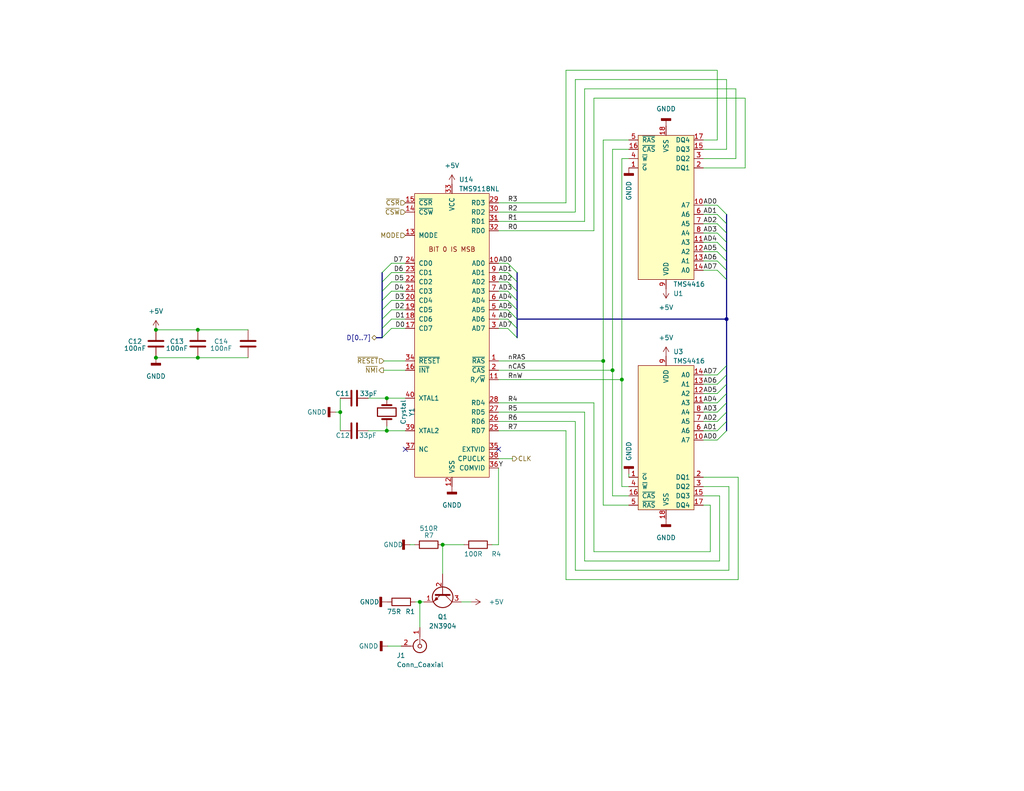
<source format=kicad_sch>
(kicad_sch (version 20230121) (generator eeschema)
  (paper "USLetter")
  (title_block (title "Righteous Tentacle, Colecovision Reverse Engineering Project") (date "2023-06-18") (rev "1.0.0.F") (company "sparkletron") (comment 1 "Jay Convertino") (comment 2 "MIT LICENSE") (comment 3 "PCB: 75743 REV F"))
  (lib_symbols
    (symbol "+5V_1" (power) (pin_names (offset 0))
      (property "Value" "+5V_1" (at 0 3.556 0))
      (symbol "+5V_1_0_1"
        (polyline (pts (xy -0.762 1.27) (xy 0 2.54)))
        (polyline (pts (xy 0 0) (xy 0 2.54)))
        (polyline (pts (xy 0 2.54) (xy 0.762 1.27)))
      )
      (symbol "+5V_1_1_1"
        (pin power_in line (at 0 0 90) (length 0) hide (name "+5V") (number "1"))
      )
    )
    (symbol "Connector:Conn_Coaxial" (pin_names (offset 1.016) hide)
      (property "Reference" "J" (at 0.254 3.048 0))
      (property "Value" "Conn_Coaxial" (at 2.921 0 90))
      (symbol "Conn_Coaxial_0_1"
        (arc (start -1.778 -0.508) (mid 0.2311 -1.8066) (end 1.778 0) (stroke (width 0.254)))
        (polyline (pts (xy -2.54 0) (xy -0.508 0)))
        (polyline (pts (xy 0 -2.54) (xy 0 -1.778)))
        (circle (center 0 0) (radius 0.508) (stroke (width 0.2032)))
        (arc (start 1.778 0) (mid 0.2099 1.8101) (end -1.778 0.508) (stroke (width 0.254)))
      )
      (symbol "Conn_Coaxial_1_1"
        (pin passive line (at -5.08 0 0) (length 2.54) (name "In") (number "1"))
        (pin passive line (at 0 -5.08 90) (length 2.54) (name "Ext") (number "2"))
      )
    )
    (symbol "Device:C" (pin_numbers hide) (pin_names (offset 0.254))
      (property "Reference" "C" (at 0.635 2.54 0))
      (property "Value" "C" (at 0.635 -2.54 0))
      (symbol "C_0_1"
        (polyline (pts (xy -2.032 -0.762) (xy 2.032 -0.762)) (stroke (width 0.508)))
        (polyline (pts (xy -2.032 0.762) (xy 2.032 0.762)) (stroke (width 0.508)))
      )
      (symbol "C_1_1"
        (pin passive line (at 0 3.81 270) (length 2.794) (name "~") (number "1"))
        (pin passive line (at 0 -3.81 90) (length 2.794) (name "~") (number "2"))
      )
    )
    (symbol "Device:Crystal" (pin_numbers hide) (pin_names (offset 1.016) hide)
      (property "Reference" "Y" (at 0 3.81 0))
      (property "Value" "Crystal" (at 0 -3.81 0))
      (symbol "Crystal_0_1"
        (rectangle (start -1.143 2.54) (end 1.143 -2.54) (stroke (width 0.3048)))
        (polyline (pts (xy -2.54 0) (xy -1.905 0)))
        (polyline (pts (xy -1.905 -1.27) (xy -1.905 1.27)) (stroke (width 0.508)))
        (polyline (pts (xy 1.905 -1.27) (xy 1.905 1.27)) (stroke (width 0.508)))
        (polyline (pts (xy 2.54 0) (xy 1.905 0)))
      )
      (symbol "Crystal_1_1"
        (pin passive line (at -3.81 0 0) (length 1.27) (name "1") (number "1"))
        (pin passive line (at 3.81 0 180) (length 1.27) (name "2") (number "2"))
      )
    )
    (symbol "Device:R" (pin_numbers hide) (pin_names (offset 0))
      (property "Reference" "R" (at 2.032 0 90))
      (property "Value" "R" (at 0 0 90))
      (symbol "R_0_1"
        (rectangle (start -1.016 -2.54) (end 1.016 2.54) (stroke (width 0.254)))
      )
      (symbol "R_1_1"
        (pin passive line (at 0 3.81 270) (length 1.27) (name "~") (number "1"))
        (pin passive line (at 0 -3.81 90) (length 1.27) (name "~") (number "2"))
      )
    )
    (symbol "Transistor_BJT:2N3904" (pin_names (offset 0) hide)
      (property "Reference" "Q" (at 5.08 1.905 0))
      (property "Value" "2N3904" (at 5.08 0 0))
      (symbol "2N3904_0_1"
        (polyline (pts (xy 0.635 0.635) (xy 2.54 2.54)))
        (polyline (pts (xy 0.635 -0.635) (xy 2.54 -2.54) (xy 2.54 -2.54)))
        (polyline (pts (xy 0.635 1.905) (xy 0.635 -1.905) (xy 0.635 -1.905)) (stroke (width 0.508)))
        (polyline (pts (xy 1.27 -1.778) (xy 1.778 -1.27) (xy 2.286 -2.286) (xy 1.27 -1.778) (xy 1.27 -1.778)) (fill (type outline)))
        (circle (center 1.27 0) (radius 2.8194) (stroke (width 0.254)))
      )
      (symbol "2N3904_1_1"
        (pin passive line (at 2.54 -5.08 90) (length 2.54) (name "E") (number "1"))
        (pin passive line (at -5.08 0 0) (length 5.715) (name "B") (number "2"))
        (pin passive line (at 2.54 5.08 270) (length 2.54) (name "C") (number "3"))
      )
    )
    (symbol "Vintage_RAM:TMS4416" (pin_names (offset 1.016))
      (property "Reference" "U" (at 1.27 7.62 0))
      (property "Value" "TMS4416" (at 5.08 5.08 0))
      (symbol "TMS4416_0_1"
        (rectangle (start -7.62 3.81) (end 7.62 -35.56) (fill (type background)))
      )
      (symbol "TMS4416_1_1"
        (pin input line (at -10.16 -26.67 0) (length 2.54) (name "~{G}") (number "1"))
        (pin input line (at 10.16 -16.51 180) (length 2.54) (name "A7") (number "10"))
        (pin input line (at 10.16 -6.35 180) (length 2.54) (name "A3") (number "11"))
        (pin input line (at 10.16 -3.81 180) (length 2.54) (name "A2") (number "12"))
        (pin input line (at 10.16 -1.27 180) (length 2.54) (name "A1") (number "13"))
        (pin input line (at 10.16 1.27 180) (length 2.54) (name "A0") (number "14"))
        (pin bidirectional line (at 10.16 -31.75 180) (length 2.54) (name "DQ3") (number "15"))
        (pin input line (at -10.16 -31.75 0) (length 2.54) (name "~{CAS}") (number "16"))
        (pin bidirectional line (at 10.16 -34.29 180) (length 2.54) (name "DQ4") (number "17"))
        (pin power_in line (at 0 -38.1 90) (length 2.54) (name "VSS") (number "18"))
        (pin bidirectional line (at 10.16 -26.67 180) (length 2.54) (name "DQ1") (number "2"))
        (pin bidirectional line (at 10.16 -29.21 180) (length 2.54) (name "DQ2") (number "3"))
        (pin input line (at -10.16 -29.21 0) (length 2.54) (name "~{W}") (number "4"))
        (pin input line (at -10.16 -34.29 0) (length 2.54) (name "~{RAS}") (number "5"))
        (pin input line (at 10.16 -13.97 180) (length 2.54) (name "A6") (number "6"))
        (pin input line (at 10.16 -11.43 180) (length 2.54) (name "A5") (number "7"))
        (pin input line (at 10.16 -8.89 180) (length 2.54) (name "A4") (number "8"))
        (pin power_in line (at 0 6.35 270) (length 2.54) (name "VDD") (number "9"))
      )
    )
    (symbol "Vintage_VDP:TMS9118NL" (pin_names (offset 1.016))
      (property "Reference" "U" (at 6.35 11.43 0))
      (property "Value" "TMS9118NL" (at 10.16 8.89 0))
      (symbol "TMS9118NL_0_0"
        (text "BIT 0 IS MSB" (at 0 -7.62 0) (effects (font (size 1.27 1.27))))
      )
      (symbol "TMS9118NL_0_1"
        (rectangle (start -10.16 7.62) (end 10.16 -69.85) (fill (type background)))
      )
      (symbol "TMS9118NL_1_1"
        (pin output line (at 12.7 -38.1 180) (length 2.54) (name "~{RAS}") (number "1"))
        (pin output line (at 12.7 -11.43 180) (length 2.54) (name "AD0") (number "10"))
        (pin output line (at 12.7 -43.18 180) (length 2.54) (name "R/~{W}") (number "11"))
        (pin power_in line (at 0 -72.39 90) (length 2.54) (name "VSS") (number "12"))
        (pin input line (at -12.7 -3.81 0) (length 2.54) (name "MODE") (number "13"))
        (pin input line (at -12.7 2.54 0) (length 2.54) (name "~{CSW}") (number "14"))
        (pin input line (at -12.7 5.08 0) (length 2.54) (name "~{CSR}") (number "15"))
        (pin output line (at -12.7 -40.64 0) (length 2.54) (name "~{INT}") (number "16"))
        (pin bidirectional line (at -12.7 -29.21 0) (length 2.54) (name "CD7") (number "17"))
        (pin bidirectional line (at -12.7 -26.67 0) (length 2.54) (name "CD6") (number "18"))
        (pin bidirectional line (at -12.7 -24.13 0) (length 2.54) (name "CD5") (number "19"))
        (pin output line (at 12.7 -40.64 180) (length 2.54) (name "~{CAS}") (number "2"))
        (pin bidirectional line (at -12.7 -21.59 0) (length 2.54) (name "CD4") (number "20"))
        (pin bidirectional line (at -12.7 -19.05 0) (length 2.54) (name "CD3") (number "21"))
        (pin bidirectional line (at -12.7 -16.51 0) (length 2.54) (name "CD2") (number "22"))
        (pin bidirectional line (at -12.7 -13.97 0) (length 2.54) (name "CD1") (number "23"))
        (pin bidirectional line (at -12.7 -11.43 0) (length 2.54) (name "CD0") (number "24"))
        (pin output line (at 12.7 -57.15 180) (length 2.54) (name "RD7") (number "25"))
        (pin output line (at 12.7 -54.61 180) (length 2.54) (name "RD6") (number "26"))
        (pin output line (at 12.7 -52.07 180) (length 2.54) (name "RD5") (number "27"))
        (pin output line (at 12.7 -49.53 180) (length 2.54) (name "RD4") (number "28"))
        (pin bidirectional line (at 12.7 5.08 180) (length 2.54) (name "RD3") (number "29"))
        (pin output line (at 12.7 -29.21 180) (length 2.54) (name "AD7") (number "3"))
        (pin bidirectional line (at 12.7 2.54 180) (length 2.54) (name "RD2") (number "30"))
        (pin bidirectional line (at 12.7 0 180) (length 2.54) (name "RD1") (number "31"))
        (pin bidirectional line (at 12.7 -2.54 180) (length 2.54) (name "RD0") (number "32"))
        (pin power_in line (at 0 10.16 270) (length 2.54) (name "VCC") (number "33"))
        (pin input line (at -12.7 -38.1 0) (length 2.54) (name "~{RESET}") (number "34"))
        (pin output line (at 12.7 -62.23 180) (length 2.54) (name "EXTVID") (number "35"))
        (pin output line (at 12.7 -67.31 180) (length 2.54) (name "COMVID") (number "36"))
        (pin output line (at -12.7 -62.23 0) (length 2.54) (name "NC") (number "37"))
        (pin output line (at 12.7 -64.77 180) (length 2.54) (name "CPUCLK") (number "38"))
        (pin bidirectional line (at -12.7 -57.15 0) (length 2.54) (name "XTAL2") (number "39"))
        (pin output line (at 12.7 -26.67 180) (length 2.54) (name "AD6") (number "4"))
        (pin input line (at -12.7 -48.26 0) (length 2.54) (name "XTAL1") (number "40"))
        (pin output line (at 12.7 -24.13 180) (length 2.54) (name "AD5") (number "5"))
        (pin output line (at 12.7 -21.59 180) (length 2.54) (name "AD4") (number "6"))
        (pin output line (at 12.7 -19.05 180) (length 2.54) (name "AD3") (number "7"))
        (pin output line (at 12.7 -16.51 180) (length 2.54) (name "AD2") (number "8"))
        (pin output line (at 12.7 -13.97 180) (length 2.54) (name "AD1") (number "9"))
      )
    )
    (symbol "power:+5V" (power) (pin_names (offset 0))
      (property "Value" "+5V" (at 0 3.556 0))
      (symbol "+5V_0_1"
        (polyline (pts (xy -0.762 1.27) (xy 0 2.54)))
        (polyline (pts (xy 0 0) (xy 0 2.54)))
        (polyline (pts (xy 0 2.54) (xy 0.762 1.27)))
      )
      (symbol "+5V_1_1"
        (pin power_in line (at 0 0 90) (length 0) hide (name "+5V") (number "1"))
      )
    )
    (symbol "power:GNDD" (power) (pin_names (offset 0))
      (property "Value" "GNDD" (at 0 -3.175 0))
      (symbol "GNDD_0_1"
        (rectangle (start -1.27 -1.524) (end 1.27 -2.032) (stroke (width 0.254)) (fill (type outline)))
        (polyline (pts (xy 0 0) (xy 0 -1.524)))
      )
      (symbol "GNDD_1_1"
        (pin power_in line (at 0 0 270) (length 0) hide (name "GNDD") (number "1"))
      )
    )
  )
  (junction (at 114.554 164.338))
  (junction (at 53.975 90.043))
  (junction (at 53.975 97.663))
  (junction (at 42.545 90.043))
  (junction (at 42.545 97.663))
  (junction (at 164.592 98.552))
  (junction (at 105.537 117.602))
  (junction (at 105.537 108.712))
  (junction (at 120.777 148.717))
  (junction (at 169.672 103.632))
  (junction (at 92.837 112.522))
  (junction (at 167.132 101.092))
  (junction (at 198.247 87.122))
  (no_connect (at 136.017 122.682))
  (no_connect (at 110.617 122.682))
  (bus_entry (at 195.707 104.902) (size 2.54 -2.54))
  (bus_entry (at 195.707 102.362) (size 2.54 -2.54))
  (bus_entry (at 195.707 71.247) (size 2.54 2.54))
  (bus_entry (at 195.707 56.007) (size 2.54 2.54))
  (bus_entry (at 195.707 66.167) (size 2.54 2.54))
  (bus_entry (at 195.707 117.602) (size 2.54 -2.54))
  (bus_entry (at 195.707 112.522) (size 2.54 -2.54))
  (bus_entry (at 104.267 84.582) (size 2.54 -2.54))
  (bus_entry (at 195.707 58.547) (size 2.54 2.54))
  (bus_entry (at 138.557 82.042) (size 2.54 2.54))
  (bus_entry (at 104.267 76.962) (size 2.54 -2.54))
  (bus_entry (at 138.557 89.662) (size 2.54 2.54))
  (bus_entry (at 104.267 89.662) (size 2.54 -2.54))
  (bus_entry (at 195.707 120.142) (size 2.54 -2.54))
  (bus_entry (at 195.707 107.442) (size 2.54 -2.54))
  (bus_entry (at 195.707 109.982) (size 2.54 -2.54))
  (bus_entry (at 138.557 84.582) (size 2.54 2.54))
  (bus_entry (at 138.557 71.882) (size 2.54 2.54))
  (bus_entry (at 138.557 79.502) (size 2.54 2.54))
  (bus_entry (at 195.707 61.087) (size 2.54 2.54))
  (bus_entry (at 104.267 74.422) (size 2.54 -2.54))
  (bus_entry (at 195.707 115.062) (size 2.54 -2.54))
  (bus_entry (at 104.267 79.502) (size 2.54 -2.54))
  (bus_entry (at 195.707 63.627) (size 2.54 2.54))
  (bus_entry (at 195.707 68.707) (size 2.54 2.54))
  (bus_entry (at 195.707 73.787) (size 2.54 2.54))
  (bus_entry (at 138.557 76.962) (size 2.54 2.54))
  (bus_entry (at 104.267 92.202) (size 2.54 -2.54))
  (bus_entry (at 138.557 87.122) (size 2.54 2.54))
  (bus_entry (at 138.557 74.422) (size 2.54 2.54))
  (bus_entry (at 104.267 82.042) (size 2.54 -2.54))
  (bus_entry (at 104.267 87.122) (size 2.54 -2.54))
  (wire (pts (xy 200.787 43.307) (xy 191.897 43.307)))
  (wire (pts (xy 196.342 153.162) (xy 196.342 135.382)))
  (wire (pts (xy 203.327 26.797) (xy 203.327 45.847)))
  (wire (pts (xy 156.972 21.717) (xy 198.247 21.717)))
  (wire (pts (xy 203.327 45.847) (xy 191.897 45.847)))
  (bus (pts (xy 141.097 84.582) (xy 141.097 87.122)))
  (wire (pts (xy 114.554 164.338) (xy 114.554 171.323)))
  (wire (pts (xy 120.777 148.717) (xy 120.777 156.718)))
  (wire (pts (xy 162.052 150.622) (xy 193.802 150.622)))
  (wire (pts (xy 191.897 102.362) (xy 195.707 102.362)))
  (wire (pts (xy 164.592 38.227) (xy 171.577 38.227)))
  (bus (pts (xy 104.267 82.042) (xy 104.267 84.582)))
  (bus (pts (xy 198.247 87.122) (xy 198.247 99.822)))
  (wire (pts (xy 42.545 97.663) (xy 53.975 97.663)))
  (bus (pts (xy 198.247 102.362) (xy 198.247 104.902)))
  (wire (pts (xy 156.972 57.912) (xy 156.972 21.717)))
  (wire (pts (xy 113.284 164.338) (xy 114.554 164.338)))
  (bus (pts (xy 198.247 73.787) (xy 198.247 76.327)))
  (bus (pts (xy 198.247 99.822) (xy 198.247 102.362)))
  (wire (pts (xy 156.972 115.062) (xy 156.972 155.702)))
  (bus (pts (xy 104.267 84.582) (xy 104.267 87.122)))
  (wire (pts (xy 164.592 137.922) (xy 171.577 137.922)))
  (wire (pts (xy 198.247 21.717) (xy 198.247 40.767)))
  (wire (pts (xy 136.017 148.717) (xy 136.017 127.762)))
  (bus (pts (xy 198.247 68.707) (xy 198.247 71.247)))
  (wire (pts (xy 159.512 112.522) (xy 159.512 153.162)))
  (wire (pts (xy 191.897 107.442) (xy 195.707 107.442)))
  (wire (pts (xy 154.432 19.177) (xy 195.707 19.177)))
  (wire (pts (xy 105.537 108.712) (xy 110.617 108.712)))
  (bus (pts (xy 198.247 115.062) (xy 198.247 117.602)))
  (wire (pts (xy 114.554 164.338) (xy 115.697 164.338)))
  (wire (pts (xy 136.017 62.992) (xy 162.052 62.992)))
  (wire (pts (xy 169.672 132.842) (xy 171.577 132.842)))
  (wire (pts (xy 193.802 137.922) (xy 191.897 137.922)))
  (wire (pts (xy 196.342 135.382) (xy 191.897 135.382)))
  (wire (pts (xy 191.897 115.062) (xy 195.707 115.062)))
  (bus (pts (xy 198.247 66.167) (xy 198.247 68.707)))
  (bus (pts (xy 141.097 87.122) (xy 198.247 87.122)))
  (wire (pts (xy 191.897 104.902) (xy 195.707 104.902)))
  (bus (pts (xy 198.247 63.627) (xy 198.247 66.167)))
  (wire (pts (xy 138.557 71.882) (xy 136.017 71.882)))
  (wire (pts (xy 139.827 125.222) (xy 136.017 125.222)))
  (bus (pts (xy 141.097 87.122) (xy 141.097 89.662)))
  (wire (pts (xy 42.545 90.043) (xy 53.975 90.043)))
  (wire (pts (xy 198.882 132.842) (xy 191.897 132.842)))
  (wire (pts (xy 120.777 148.717) (xy 126.619 148.717)))
  (wire (pts (xy 105.537 117.602) (xy 110.617 117.602)))
  (wire (pts (xy 191.897 61.087) (xy 195.707 61.087)))
  (wire (pts (xy 169.672 103.632) (xy 169.672 43.307)))
  (wire (pts (xy 191.897 68.707) (xy 195.707 68.707)))
  (wire (pts (xy 104.648 101.092) (xy 110.617 101.092)))
  (wire (pts (xy 169.672 103.632) (xy 169.672 132.842)))
  (wire (pts (xy 191.897 120.142) (xy 195.707 120.142)))
  (bus (pts (xy 141.097 74.422) (xy 141.097 76.962)))
  (bus (pts (xy 198.247 61.087) (xy 198.247 63.627)))
  (bus (pts (xy 198.247 107.442) (xy 198.247 109.982)))
  (wire (pts (xy 91.567 112.522) (xy 92.837 112.522)))
  (wire (pts (xy 154.432 158.242) (xy 201.422 158.242)))
  (wire (pts (xy 92.837 112.522) (xy 92.837 117.602)))
  (wire (pts (xy 53.975 90.043) (xy 67.691 90.043)))
  (bus (pts (xy 198.247 112.522) (xy 198.247 115.062)))
  (wire (pts (xy 167.132 101.092) (xy 167.132 135.382)))
  (wire (pts (xy 162.052 109.982) (xy 162.052 150.622)))
  (wire (pts (xy 201.422 130.302) (xy 191.897 130.302)))
  (bus (pts (xy 198.247 104.902) (xy 198.247 107.442)))
  (wire (pts (xy 136.017 115.062) (xy 156.972 115.062)))
  (wire (pts (xy 171.577 129.413) (xy 171.577 130.302)))
  (wire (pts (xy 159.512 60.452) (xy 159.512 24.257)))
  (wire (pts (xy 191.897 63.627) (xy 195.707 63.627)))
  (bus (pts (xy 104.267 76.962) (xy 104.267 79.502)))
  (wire (pts (xy 104.775 98.552) (xy 110.617 98.552)))
  (wire (pts (xy 136.017 98.552) (xy 164.592 98.552)))
  (wire (pts (xy 169.672 43.307) (xy 171.577 43.307)))
  (bus (pts (xy 102.743 92.202) (xy 104.267 92.202)))
  (wire (pts (xy 136.017 103.632) (xy 169.672 103.632)))
  (wire (pts (xy 136.017 112.522) (xy 159.512 112.522)))
  (bus (pts (xy 141.097 82.042) (xy 141.097 84.582)))
  (wire (pts (xy 164.592 98.552) (xy 164.592 38.227)))
  (bus (pts (xy 198.247 76.327) (xy 198.247 87.122)))
  (wire (pts (xy 191.897 58.547) (xy 195.707 58.547)))
  (bus (pts (xy 198.247 109.982) (xy 198.247 112.522)))
  (wire (pts (xy 106.807 89.662) (xy 110.617 89.662)))
  (wire (pts (xy 100.457 108.712) (xy 105.537 108.712)))
  (wire (pts (xy 138.557 82.042) (xy 136.017 82.042)))
  (wire (pts (xy 136.017 74.422) (xy 138.557 74.422)))
  (wire (pts (xy 198.247 40.767) (xy 191.897 40.767)))
  (wire (pts (xy 154.432 55.372) (xy 154.432 19.177)))
  (wire (pts (xy 106.807 71.882) (xy 110.617 71.882)))
  (wire (pts (xy 128.524 164.338) (xy 125.857 164.338)))
  (wire (pts (xy 136.017 89.662) (xy 138.557 89.662)))
  (wire (pts (xy 201.422 158.242) (xy 201.422 130.302)))
  (wire (pts (xy 159.512 24.257) (xy 200.787 24.257)))
  (wire (pts (xy 191.897 66.167) (xy 195.707 66.167)))
  (wire (pts (xy 195.707 19.177) (xy 195.707 38.227)))
  (wire (pts (xy 138.557 87.122) (xy 136.017 87.122)))
  (bus (pts (xy 104.267 74.422) (xy 104.267 76.962)))
  (wire (pts (xy 167.132 40.767) (xy 167.132 101.092)))
  (wire (pts (xy 136.017 117.602) (xy 154.432 117.602)))
  (wire (pts (xy 191.897 73.787) (xy 195.707 73.787)))
  (wire (pts (xy 136.017 57.912) (xy 156.972 57.912)))
  (wire (pts (xy 138.557 76.962) (xy 136.017 76.962)))
  (wire (pts (xy 162.052 26.797) (xy 203.327 26.797)))
  (bus (pts (xy 141.097 76.962) (xy 141.097 79.502)))
  (wire (pts (xy 106.807 74.422) (xy 110.617 74.422)))
  (wire (pts (xy 136.017 55.372) (xy 154.432 55.372)))
  (wire (pts (xy 200.787 24.257) (xy 200.787 43.307)))
  (wire (pts (xy 136.017 79.502) (xy 138.557 79.502)))
  (wire (pts (xy 136.017 84.582) (xy 138.557 84.582)))
  (wire (pts (xy 136.017 60.452) (xy 159.512 60.452)))
  (wire (pts (xy 167.132 40.767) (xy 171.577 40.767)))
  (bus (pts (xy 141.097 79.502) (xy 141.097 82.042)))
  (wire (pts (xy 198.882 155.702) (xy 198.882 132.842)))
  (wire (pts (xy 110.617 87.122) (xy 106.807 87.122)))
  (wire (pts (xy 191.897 117.602) (xy 195.707 117.602)))
  (wire (pts (xy 53.975 97.663) (xy 67.691 97.663)))
  (wire (pts (xy 164.592 98.552) (xy 164.592 137.922)))
  (bus (pts (xy 104.267 79.502) (xy 104.267 82.042)))
  (wire (pts (xy 193.802 150.622) (xy 193.802 137.922)))
  (wire (pts (xy 191.897 71.247) (xy 195.707 71.247)))
  (wire (pts (xy 159.512 153.162) (xy 196.342 153.162)))
  (bus (pts (xy 198.247 71.247) (xy 198.247 73.787)))
  (wire (pts (xy 106.807 82.042) (xy 110.617 82.042)))
  (wire (pts (xy 105.537 116.332) (xy 105.537 117.602)))
  (bus (pts (xy 141.097 89.662) (xy 141.097 92.202)))
  (wire (pts (xy 136.017 101.092) (xy 167.132 101.092)))
  (wire (pts (xy 106.807 84.582) (xy 110.617 84.582)))
  (bus (pts (xy 104.267 87.122) (xy 104.267 89.662)))
  (wire (pts (xy 191.897 56.007) (xy 195.707 56.007)))
  (wire (pts (xy 167.132 135.382) (xy 171.577 135.382)))
  (wire (pts (xy 191.897 112.522) (xy 195.707 112.522)))
  (wire (pts (xy 134.239 148.717) (xy 136.017 148.717)))
  (bus (pts (xy 198.247 58.547) (xy 198.247 61.087)))
  (wire (pts (xy 156.972 155.702) (xy 198.882 155.702)))
  (wire (pts (xy 92.837 108.712) (xy 92.837 112.522)))
  (wire (pts (xy 195.707 38.227) (xy 191.897 38.227)))
  (wire (pts (xy 154.432 117.602) (xy 154.432 158.242)))
  (wire (pts (xy 111.887 148.717) (xy 113.157 148.717)))
  (wire (pts (xy 105.791 176.403) (xy 109.474 176.403)))
  (wire (pts (xy 162.052 62.992) (xy 162.052 26.797)))
  (wire (pts (xy 106.807 79.502) (xy 110.617 79.502)))
  (bus (pts (xy 104.267 89.662) (xy 104.267 92.202)))
  (wire (pts (xy 162.052 109.982) (xy 136.017 109.982)))
  (wire (pts (xy 100.457 117.602) (xy 105.537 117.602)))
  (wire (pts (xy 106.807 76.962) (xy 110.617 76.962)))
  (wire (pts (xy 191.897 109.982) (xy 195.707 109.982)))
  (label "AD3" (at 191.897 63.627 0))
  (label "AD3" (at 191.897 112.522 0))
  (label "R1" (at 138.557 60.452 0))
  (label "AD3" (at 136.017 79.502 0))
  (label "R7" (at 138.557 117.602 0))
  (label "AD7" (at 191.897 73.787 0))
  (label "D2" (at 107.696 84.582 0))
  (label "AD2" (at 191.897 61.087 0))
  (label "R6" (at 138.557 115.062 0))
  (label "D5" (at 107.569 76.962 0))
  (label "D1" (at 107.823 87.122 0))
  (label "D6" (at 107.442 74.422 0))
  (label "AD0" (at 136.017 71.882 0))
  (label "AD7" (at 136.017 89.662 0))
  (label "AD5" (at 191.897 68.707 0))
  (label "AD6" (at 191.897 104.902 0))
  (label "AD0" (at 191.897 120.142 0))
  (label "AD6" (at 136.017 87.122 0))
  (label "Y" (at 136.017 127.762 0))
  (label "AD1" (at 191.897 117.602 0))
  (label "AD2" (at 191.897 115.062 0))
  (label "AD4" (at 136.017 82.042 0))
  (label "RnW" (at 138.557 103.632 0))
  (label "D3" (at 107.696 82.042 0))
  (label "AD5" (at 136.017 84.582 0))
  (label "AD1" (at 191.897 58.547 0))
  (label "AD7" (at 191.897 102.362 0))
  (label "AD6" (at 191.897 71.247 0))
  (label "D0" (at 107.823 89.662 0))
  (label "nCAS" (at 138.557 101.092 0))
  (label "nRAS" (at 138.557 98.552 0))
  (label "R0" (at 138.557 62.992 0))
  (label "AD2" (at 136.017 76.962 0))
  (label "AD1" (at 136.017 74.422 0))
  (label "AD5" (at 191.897 107.442 0))
  (label "R4" (at 138.557 109.982 0))
  (label "AD4" (at 191.897 109.982 0))
  (label "R2" (at 138.557 57.912 0))
  (label "D7" (at 107.315 71.882 0))
  (label "AD4" (at 191.897 66.167 0))
  (label "R3" (at 138.557 55.372 0))
  (label "AD0" (at 191.897 56.007 0))
  (label "R5" (at 138.557 112.522 0))
  (label "D4" (at 107.569 79.502 0))
  (hierarchical_label "~{CSW}" (shape input) (at 110.617 57.912 180))
  (hierarchical_label "D[0..7]" (shape bidirectional) (at 102.743 92.202 180))
  (hierarchical_label "~{CSR}" (shape input) (at 110.617 55.372 180))
  (hierarchical_label "~{RESET}" (shape input) (at 104.775 98.552 180))
  (hierarchical_label "~{NMI}" (shape output) (at 104.648 101.092 180))
  (hierarchical_label "MODE" (shape input) (at 110.617 64.262 180))
  (hierarchical_label "CLK" (shape output) (at 139.827 125.222 0))
  (symbol (lib_id "Transistor_BJT:2N3904") (at 120.777 161.798 270) (unit 1)
    (property "Reference" "Q1" (at 120.777 168.402 90))
    (property "Value" "2N3904" (at 120.777 170.942 90))
    (property "Footprint" "Package_TO_SOT_THT:TO-92_Wide" (effects hide))
    (property "Datasheet" "https://www.onsemi.com/pub/Collateral/2N3903-D.PDF" (effects hide))
  )
  (symbol (lib_id "Vintage_VDP:TMS9118NL") (at 123.317 60.452 0) (unit 1)
    (property "Reference" "U14" (at 125.222 49.022 0) (effects (justify left)))
    (property "Value" "TMS9118NL" (at 125.222 51.562 0) (effects (justify left)))
    (property "Footprint" "Package_DIP:DIP-40_W15.24mm_LongPads" (effects hide))
    (instances (project "TMS9118" (path "" (reference "U14") (unit 1))) (project "coleco_original" (path "" (reference "U6") (unit 1))))
  )
  (symbol (lib_id "power:GNDD") (at 181.737 34.417 180) (unit 1)
    (property "Reference" "#PWR045" (effects hide))
    (property "Value" "GNDD" (at 181.737 29.718 0))
  )
  (symbol (lib_id "power:GNDD") (at 181.737 141.732 0) (unit 1)
    (property "Reference" "#PWR048" (effects hide))
    (property "Value" "GNDD" (at 181.737 146.812 0))
  )
  (symbol (lib_id "power:GNDD") (at 111.887 148.717 270) (unit 1)
    (property "Reference" "#PWR039" (effects hide))
    (property "Value" "GNDD" (at 109.982 148.717 90) (effects (justify right)))
  )
  (symbol (lib_id "power:GNDD") (at 91.567 112.522 270) (unit 1)
    (property "Reference" "#PWR036" (effects hide))
    (property "Value" "GNDD" (at 89.154 112.522 90) (effects (justify right)))
  )
  (symbol (lib_id "Device:Crystal") (at 105.537 112.522 270) (unit 1)
    (property "Reference" "Y1" (at 112.3442 112.522 0))
    (property "Value" "Crystal" (at 110.0328 112.522 0))
    (property "Footprint" "Crystal:Crystal_HC49-4H_Vertical" (effects hide))
  )
  (symbol (lib_id "Device:R") (at 116.967 148.717 270) (mirror x) (unit 1)
    (property "Reference" "R7" (at 115.697 146.177 90) (effects (justify left)))
    (property "Value" "510R" (at 114.427 144.272 90) (effects (justify left)))
    (property "Footprint" "Resistor_THT:R_Axial_DIN0207_L6.3mm_D2.5mm_P7.62mm_Horizontal" (effects hide))
    (instances (project "TMS9118" (path "" (reference "R7") (unit 1))) (project "coleco_original" (path "" (reference "R11") (unit 1))))
  )
  (symbol (lib_id "Device:R") (at 130.429 148.717 90) (unit 1)
    (property "Reference" "R4" (at 136.779 151.257 90) (effects (justify left)))
    (property "Value" "100R" (at 131.699 151.257 90) (effects (justify left)))
    (property "Footprint" "Resistor_THT:R_Axial_DIN0207_L6.3mm_D2.5mm_P7.62mm_Horizontal" (effects hide))
    (instances (project "TMS9118" (path "" (reference "R4") (unit 1))) (project "coleco_original" (path "" (reference "R12") (unit 1))))
  )
  (symbol (lib_id "power:GNDD") (at 171.577 45.847 0) (unit 1)
    (property "Reference" "#PWR043" (effects hide))
    (property "Value" "GNDD" (at 171.577 52.07 90))
  )
  (symbol (lib_name "+5V_1") (lib_id "power:+5V") (at 128.524 164.338 270) (unit 1)
    (property "Reference" "#PWR042" (effects hide))
    (property "Value" "+5V" (at 133.35 164.338 90) (effects (justify left)))
  )
  (symbol (lib_name "+5V_1") (lib_id "power:+5V") (at 123.317 50.292 0) (unit 1)
    (property "Reference" "#PWR040" (effects hide))
    (property "Value" "+5V" (at 123.317 45.212 0))
  )
  (symbol (lib_id "Device:C") (at 67.691 93.853 0) (unit 1)
    (property "Reference" "C14" (at 60.325 93.218 0))
    (property "Value" "100nF" (at 60.325 95.123 0))
    (property "Footprint" "Capacitor_THT:C_Disc_D7.0mm_W2.5mm_P5.00mm" (effects hide))
  )
  (symbol (lib_id "power:+5V") (at 42.545 90.043 0) (unit 1)
    (property "Reference" "#PWR034" (effects hide))
    (property "Value" "+5V" (at 42.545 84.963 0))
  )
  (symbol (lib_id "Device:R") (at 109.474 164.338 90) (unit 1)
    (property "Reference" "R1" (at 113.284 167.005 90) (effects (justify left)))
    (property "Value" "75R" (at 109.474 167.005 90) (effects (justify left)))
    (property "Footprint" "Resistor_THT:R_Axial_DIN0207_L6.3mm_D2.5mm_P7.62mm_Horizontal" (effects hide))
    (instances (project "TMS9118" (path "" (reference "R1") (unit 1))) (project "coleco_original" (path "" (reference "R10") (unit 1))))
  )
  (symbol (lib_id "Vintage_RAM:TMS4416") (at 181.737 103.632 0) (unit 1)
    (property "Reference" "U3" (at 183.6929 96.012 0) (effects (justify left)))
    (property "Value" "TMS4416" (at 183.6929 98.552 0) (effects (justify left)))
    (property "Footprint" "Package_DIP:DIP-18_W7.62mm_LongPads" (effects hide))
    (instances (project "TMS9118" (path "" (reference "U3") (unit 1))) (project "coleco_original" (path "" (reference "U8") (unit 1))))
  )
  (symbol (lib_id "Vintage_RAM:TMS4416") (at 181.737 72.517 0) (mirror x) (unit 1)
    (property "Reference" "U1" (at 183.6929 80.137 0) (effects (justify left)))
    (property "Value" "TMS4416" (at 183.6929 77.597 0) (effects (justify left)))
    (property "Footprint" "Package_DIP:DIP-18_W7.62mm_LongPads" (effects hide))
    (instances (project "TMS9118" (path "" (reference "U1") (unit 1))) (project "coleco_original" (path "" (reference "U7") (unit 1))))
  )
  (symbol (lib_id "power:GNDD") (at 171.577 129.413 180) (unit 1)
    (property "Reference" "#PWR044" (effects hide))
    (property "Value" "GNDD" (at 171.577 123.19 90))
  )
  (symbol (lib_name "+5V_1") (lib_id "power:+5V") (at 181.737 97.282 0) (unit 1)
    (property "Reference" "#PWR047" (effects hide))
    (property "Value" "+5V" (at 181.737 92.202 0))
  )
  (symbol (lib_id "Device:C") (at 96.647 108.712 90) (unit 1)
    (property "Reference" "C11" (at 95.377 107.442 90) (effects (justify left)))
    (property "Value" "33pF" (at 102.997 107.442 90) (effects (justify left)))
    (property "Footprint" "Capacitor_THT:C_Disc_D3.0mm_W1.6mm_P2.50mm" (effects hide))
    (instances (project "TMS9118" (path "" (reference "C11") (unit 1))) (project "coleco_original" (path "" (reference "C15") (unit 1))))
  )
  (symbol (lib_id "power:GNDD") (at 105.664 164.338 270) (unit 1)
    (property "Reference" "#PWR037" (effects hide))
    (property "Value" "GNDD" (at 103.505 164.338 90) (effects (justify right)))
  )
  (symbol (lib_id "power:GNDD") (at 42.545 97.663 0) (unit 1)
    (property "Reference" "#PWR035" (effects hide))
    (property "Value" "GNDD" (at 42.545 102.743 0))
  )
  (symbol (lib_id "Device:C") (at 42.545 93.853 0) (unit 1)
    (property "Reference" "C12" (at 36.83 93.218 0))
    (property "Value" "100nF" (at 36.83 95.123 0))
    (property "Footprint" "Capacitor_THT:C_Disc_D7.0mm_W2.5mm_P5.00mm" (effects hide))
  )
  (symbol (lib_id "power:GNDD") (at 105.791 176.403 270) (unit 1)
    (property "Reference" "#PWR038" (effects hide))
    (property "Value" "GNDD" (at 103.251 176.403 90) (effects (justify right)))
  )
  (symbol (lib_id "Connector:Conn_Coaxial") (at 114.554 176.403 270) (unit 1)
    (property "Reference" "J1" (at 108.204 178.943 90) (effects (justify left)))
    (property "Value" "Conn_Coaxial" (at 108.204 181.483 90) (effects (justify left)))
    (property "Footprint" "Connector_Molex:Molex_KK-254_AE-6410-02A_1x02_P2.54mm_Vertical" (effects hide))
    (property "Datasheet" " ~" (effects hide))
    (instances (project "TMS9118" (path "" (reference "J1") (unit 1))) (project "coleco_original" (path "" (reference "J3") (unit 1))))
  )
  (symbol (lib_id "Device:C") (at 96.647 117.602 270) (unit 1)
    (property "Reference" "C12" (at 91.567 118.872 90) (effects (justify left)))
    (property "Value" "33pF" (at 97.917 118.872 90) (effects (justify left)))
    (property "Footprint" "Capacitor_THT:C_Disc_D3.0mm_W1.6mm_P2.50mm" (effects hide))
    (instances (project "TMS9118" (path "" (reference "C12") (unit 1))) (project "coleco_original" (path "" (reference "C16") (unit 1))))
  )
  (symbol (lib_id "Device:C") (at 53.975 93.853 0) (unit 1)
    (property "Reference" "C13" (at 48.26 93.218 0))
    (property "Value" "100nF" (at 48.26 95.123 0))
    (property "Footprint" "Capacitor_THT:C_Disc_D7.0mm_W2.5mm_P5.00mm" (effects hide))
  )
  (symbol (lib_id "power:GNDD") (at 123.317 132.842 0) (unit 1)
    (property "Reference" "#PWR041" (effects hide))
    (property "Value" "GNDD" (at 123.317 137.922 0))
  )
  (symbol (lib_name "+5V_1") (lib_id "power:+5V") (at 181.737 78.867 180) (unit 1)
    (property "Reference" "#PWR046" (effects hide))
    (property "Value" "+5V" (at 181.737 83.947 0))
  )
)
</source>
